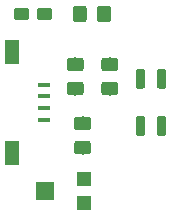
<source format=gbr>
G04 #@! TF.GenerationSoftware,KiCad,Pcbnew,(5.1.2)-2*
G04 #@! TF.CreationDate,2019-07-29T19:51:13+02:00*
G04 #@! TF.ProjectId,sensor_auxiliary,73656e73-6f72-45f6-9175-78696c696172,1*
G04 #@! TF.SameCoordinates,Original*
G04 #@! TF.FileFunction,Paste,Top*
G04 #@! TF.FilePolarity,Positive*
%FSLAX46Y46*%
G04 Gerber Fmt 4.6, Leading zero omitted, Abs format (unit mm)*
G04 Created by KiCad (PCBNEW (5.1.2)-2) date 2019-07-29 19:51:13*
%MOMM*%
%LPD*%
G04 APERTURE LIST*
%ADD10R,1.200000X1.200000*%
%ADD11R,1.500000X1.600000*%
%ADD12C,0.100000*%
%ADD13C,0.790000*%
%ADD14C,1.150000*%
%ADD15C,1.050000*%
%ADD16R,1.300000X2.000000*%
%ADD17R,1.000000X0.400000*%
G04 APERTURE END LIST*
D10*
X44300000Y-51000000D03*
X44300000Y-49000000D03*
D11*
X41050000Y-50000000D03*
D12*
G36*
X49316858Y-39670951D02*
G01*
X49336030Y-39673795D01*
X49354831Y-39678504D01*
X49373080Y-39685034D01*
X49390601Y-39693321D01*
X49407225Y-39703285D01*
X49422793Y-39714830D01*
X49437154Y-39727846D01*
X49450170Y-39742207D01*
X49461715Y-39757775D01*
X49471679Y-39774399D01*
X49479966Y-39791920D01*
X49486496Y-39810169D01*
X49491205Y-39828970D01*
X49494049Y-39848142D01*
X49495000Y-39867500D01*
X49495000Y-41132500D01*
X49494049Y-41151858D01*
X49491205Y-41171030D01*
X49486496Y-41189831D01*
X49479966Y-41208080D01*
X49471679Y-41225601D01*
X49461715Y-41242225D01*
X49450170Y-41257793D01*
X49437154Y-41272154D01*
X49422793Y-41285170D01*
X49407225Y-41296715D01*
X49390601Y-41306679D01*
X49373080Y-41314966D01*
X49354831Y-41321496D01*
X49336030Y-41326205D01*
X49316858Y-41329049D01*
X49297500Y-41330000D01*
X48902500Y-41330000D01*
X48883142Y-41329049D01*
X48863970Y-41326205D01*
X48845169Y-41321496D01*
X48826920Y-41314966D01*
X48809399Y-41306679D01*
X48792775Y-41296715D01*
X48777207Y-41285170D01*
X48762846Y-41272154D01*
X48749830Y-41257793D01*
X48738285Y-41242225D01*
X48728321Y-41225601D01*
X48720034Y-41208080D01*
X48713504Y-41189831D01*
X48708795Y-41171030D01*
X48705951Y-41151858D01*
X48705000Y-41132500D01*
X48705000Y-39867500D01*
X48705951Y-39848142D01*
X48708795Y-39828970D01*
X48713504Y-39810169D01*
X48720034Y-39791920D01*
X48728321Y-39774399D01*
X48738285Y-39757775D01*
X48749830Y-39742207D01*
X48762846Y-39727846D01*
X48777207Y-39714830D01*
X48792775Y-39703285D01*
X48809399Y-39693321D01*
X48826920Y-39685034D01*
X48845169Y-39678504D01*
X48863970Y-39673795D01*
X48883142Y-39670951D01*
X48902500Y-39670000D01*
X49297500Y-39670000D01*
X49316858Y-39670951D01*
X49316858Y-39670951D01*
G37*
D13*
X49100000Y-40500000D03*
D12*
G36*
X51116858Y-39670951D02*
G01*
X51136030Y-39673795D01*
X51154831Y-39678504D01*
X51173080Y-39685034D01*
X51190601Y-39693321D01*
X51207225Y-39703285D01*
X51222793Y-39714830D01*
X51237154Y-39727846D01*
X51250170Y-39742207D01*
X51261715Y-39757775D01*
X51271679Y-39774399D01*
X51279966Y-39791920D01*
X51286496Y-39810169D01*
X51291205Y-39828970D01*
X51294049Y-39848142D01*
X51295000Y-39867500D01*
X51295000Y-41132500D01*
X51294049Y-41151858D01*
X51291205Y-41171030D01*
X51286496Y-41189831D01*
X51279966Y-41208080D01*
X51271679Y-41225601D01*
X51261715Y-41242225D01*
X51250170Y-41257793D01*
X51237154Y-41272154D01*
X51222793Y-41285170D01*
X51207225Y-41296715D01*
X51190601Y-41306679D01*
X51173080Y-41314966D01*
X51154831Y-41321496D01*
X51136030Y-41326205D01*
X51116858Y-41329049D01*
X51097500Y-41330000D01*
X50702500Y-41330000D01*
X50683142Y-41329049D01*
X50663970Y-41326205D01*
X50645169Y-41321496D01*
X50626920Y-41314966D01*
X50609399Y-41306679D01*
X50592775Y-41296715D01*
X50577207Y-41285170D01*
X50562846Y-41272154D01*
X50549830Y-41257793D01*
X50538285Y-41242225D01*
X50528321Y-41225601D01*
X50520034Y-41208080D01*
X50513504Y-41189831D01*
X50508795Y-41171030D01*
X50505951Y-41151858D01*
X50505000Y-41132500D01*
X50505000Y-39867500D01*
X50505951Y-39848142D01*
X50508795Y-39828970D01*
X50513504Y-39810169D01*
X50520034Y-39791920D01*
X50528321Y-39774399D01*
X50538285Y-39757775D01*
X50549830Y-39742207D01*
X50562846Y-39727846D01*
X50577207Y-39714830D01*
X50592775Y-39703285D01*
X50609399Y-39693321D01*
X50626920Y-39685034D01*
X50645169Y-39678504D01*
X50663970Y-39673795D01*
X50683142Y-39670951D01*
X50702500Y-39670000D01*
X51097500Y-39670000D01*
X51116858Y-39670951D01*
X51116858Y-39670951D01*
G37*
D13*
X50900000Y-40500000D03*
D12*
G36*
X51116858Y-43670951D02*
G01*
X51136030Y-43673795D01*
X51154831Y-43678504D01*
X51173080Y-43685034D01*
X51190601Y-43693321D01*
X51207225Y-43703285D01*
X51222793Y-43714830D01*
X51237154Y-43727846D01*
X51250170Y-43742207D01*
X51261715Y-43757775D01*
X51271679Y-43774399D01*
X51279966Y-43791920D01*
X51286496Y-43810169D01*
X51291205Y-43828970D01*
X51294049Y-43848142D01*
X51295000Y-43867500D01*
X51295000Y-45132500D01*
X51294049Y-45151858D01*
X51291205Y-45171030D01*
X51286496Y-45189831D01*
X51279966Y-45208080D01*
X51271679Y-45225601D01*
X51261715Y-45242225D01*
X51250170Y-45257793D01*
X51237154Y-45272154D01*
X51222793Y-45285170D01*
X51207225Y-45296715D01*
X51190601Y-45306679D01*
X51173080Y-45314966D01*
X51154831Y-45321496D01*
X51136030Y-45326205D01*
X51116858Y-45329049D01*
X51097500Y-45330000D01*
X50702500Y-45330000D01*
X50683142Y-45329049D01*
X50663970Y-45326205D01*
X50645169Y-45321496D01*
X50626920Y-45314966D01*
X50609399Y-45306679D01*
X50592775Y-45296715D01*
X50577207Y-45285170D01*
X50562846Y-45272154D01*
X50549830Y-45257793D01*
X50538285Y-45242225D01*
X50528321Y-45225601D01*
X50520034Y-45208080D01*
X50513504Y-45189831D01*
X50508795Y-45171030D01*
X50505951Y-45151858D01*
X50505000Y-45132500D01*
X50505000Y-43867500D01*
X50505951Y-43848142D01*
X50508795Y-43828970D01*
X50513504Y-43810169D01*
X50520034Y-43791920D01*
X50528321Y-43774399D01*
X50538285Y-43757775D01*
X50549830Y-43742207D01*
X50562846Y-43727846D01*
X50577207Y-43714830D01*
X50592775Y-43703285D01*
X50609399Y-43693321D01*
X50626920Y-43685034D01*
X50645169Y-43678504D01*
X50663970Y-43673795D01*
X50683142Y-43670951D01*
X50702500Y-43670000D01*
X51097500Y-43670000D01*
X51116858Y-43670951D01*
X51116858Y-43670951D01*
G37*
D13*
X50900000Y-44500000D03*
D12*
G36*
X49316858Y-43670951D02*
G01*
X49336030Y-43673795D01*
X49354831Y-43678504D01*
X49373080Y-43685034D01*
X49390601Y-43693321D01*
X49407225Y-43703285D01*
X49422793Y-43714830D01*
X49437154Y-43727846D01*
X49450170Y-43742207D01*
X49461715Y-43757775D01*
X49471679Y-43774399D01*
X49479966Y-43791920D01*
X49486496Y-43810169D01*
X49491205Y-43828970D01*
X49494049Y-43848142D01*
X49495000Y-43867500D01*
X49495000Y-45132500D01*
X49494049Y-45151858D01*
X49491205Y-45171030D01*
X49486496Y-45189831D01*
X49479966Y-45208080D01*
X49471679Y-45225601D01*
X49461715Y-45242225D01*
X49450170Y-45257793D01*
X49437154Y-45272154D01*
X49422793Y-45285170D01*
X49407225Y-45296715D01*
X49390601Y-45306679D01*
X49373080Y-45314966D01*
X49354831Y-45321496D01*
X49336030Y-45326205D01*
X49316858Y-45329049D01*
X49297500Y-45330000D01*
X48902500Y-45330000D01*
X48883142Y-45329049D01*
X48863970Y-45326205D01*
X48845169Y-45321496D01*
X48826920Y-45314966D01*
X48809399Y-45306679D01*
X48792775Y-45296715D01*
X48777207Y-45285170D01*
X48762846Y-45272154D01*
X48749830Y-45257793D01*
X48738285Y-45242225D01*
X48728321Y-45225601D01*
X48720034Y-45208080D01*
X48713504Y-45189831D01*
X48708795Y-45171030D01*
X48705951Y-45151858D01*
X48705000Y-45132500D01*
X48705000Y-43867500D01*
X48705951Y-43848142D01*
X48708795Y-43828970D01*
X48713504Y-43810169D01*
X48720034Y-43791920D01*
X48728321Y-43774399D01*
X48738285Y-43757775D01*
X48749830Y-43742207D01*
X48762846Y-43727846D01*
X48777207Y-43714830D01*
X48792775Y-43703285D01*
X48809399Y-43693321D01*
X48826920Y-43685034D01*
X48845169Y-43678504D01*
X48863970Y-43673795D01*
X48883142Y-43670951D01*
X48902500Y-43670000D01*
X49297500Y-43670000D01*
X49316858Y-43670951D01*
X49316858Y-43670951D01*
G37*
D13*
X49100000Y-44500000D03*
D12*
G36*
X44074505Y-40751204D02*
G01*
X44098773Y-40754804D01*
X44122572Y-40760765D01*
X44145671Y-40769030D01*
X44167850Y-40779520D01*
X44188893Y-40792132D01*
X44208599Y-40806747D01*
X44226777Y-40823223D01*
X44243253Y-40841401D01*
X44257868Y-40861107D01*
X44270480Y-40882150D01*
X44280970Y-40904329D01*
X44289235Y-40927428D01*
X44295196Y-40951227D01*
X44298796Y-40975495D01*
X44300000Y-40999999D01*
X44300000Y-41650001D01*
X44298796Y-41674505D01*
X44295196Y-41698773D01*
X44289235Y-41722572D01*
X44280970Y-41745671D01*
X44270480Y-41767850D01*
X44257868Y-41788893D01*
X44243253Y-41808599D01*
X44226777Y-41826777D01*
X44208599Y-41843253D01*
X44188893Y-41857868D01*
X44167850Y-41870480D01*
X44145671Y-41880970D01*
X44122572Y-41889235D01*
X44098773Y-41895196D01*
X44074505Y-41898796D01*
X44050001Y-41900000D01*
X43149999Y-41900000D01*
X43125495Y-41898796D01*
X43101227Y-41895196D01*
X43077428Y-41889235D01*
X43054329Y-41880970D01*
X43032150Y-41870480D01*
X43011107Y-41857868D01*
X42991401Y-41843253D01*
X42973223Y-41826777D01*
X42956747Y-41808599D01*
X42942132Y-41788893D01*
X42929520Y-41767850D01*
X42919030Y-41745671D01*
X42910765Y-41722572D01*
X42904804Y-41698773D01*
X42901204Y-41674505D01*
X42900000Y-41650001D01*
X42900000Y-40999999D01*
X42901204Y-40975495D01*
X42904804Y-40951227D01*
X42910765Y-40927428D01*
X42919030Y-40904329D01*
X42929520Y-40882150D01*
X42942132Y-40861107D01*
X42956747Y-40841401D01*
X42973223Y-40823223D01*
X42991401Y-40806747D01*
X43011107Y-40792132D01*
X43032150Y-40779520D01*
X43054329Y-40769030D01*
X43077428Y-40760765D01*
X43101227Y-40754804D01*
X43125495Y-40751204D01*
X43149999Y-40750000D01*
X44050001Y-40750000D01*
X44074505Y-40751204D01*
X44074505Y-40751204D01*
G37*
D14*
X43600000Y-41325000D03*
D12*
G36*
X44074505Y-38701204D02*
G01*
X44098773Y-38704804D01*
X44122572Y-38710765D01*
X44145671Y-38719030D01*
X44167850Y-38729520D01*
X44188893Y-38742132D01*
X44208599Y-38756747D01*
X44226777Y-38773223D01*
X44243253Y-38791401D01*
X44257868Y-38811107D01*
X44270480Y-38832150D01*
X44280970Y-38854329D01*
X44289235Y-38877428D01*
X44295196Y-38901227D01*
X44298796Y-38925495D01*
X44300000Y-38949999D01*
X44300000Y-39600001D01*
X44298796Y-39624505D01*
X44295196Y-39648773D01*
X44289235Y-39672572D01*
X44280970Y-39695671D01*
X44270480Y-39717850D01*
X44257868Y-39738893D01*
X44243253Y-39758599D01*
X44226777Y-39776777D01*
X44208599Y-39793253D01*
X44188893Y-39807868D01*
X44167850Y-39820480D01*
X44145671Y-39830970D01*
X44122572Y-39839235D01*
X44098773Y-39845196D01*
X44074505Y-39848796D01*
X44050001Y-39850000D01*
X43149999Y-39850000D01*
X43125495Y-39848796D01*
X43101227Y-39845196D01*
X43077428Y-39839235D01*
X43054329Y-39830970D01*
X43032150Y-39820480D01*
X43011107Y-39807868D01*
X42991401Y-39793253D01*
X42973223Y-39776777D01*
X42956747Y-39758599D01*
X42942132Y-39738893D01*
X42929520Y-39717850D01*
X42919030Y-39695671D01*
X42910765Y-39672572D01*
X42904804Y-39648773D01*
X42901204Y-39624505D01*
X42900000Y-39600001D01*
X42900000Y-38949999D01*
X42901204Y-38925495D01*
X42904804Y-38901227D01*
X42910765Y-38877428D01*
X42919030Y-38854329D01*
X42929520Y-38832150D01*
X42942132Y-38811107D01*
X42956747Y-38791401D01*
X42973223Y-38773223D01*
X42991401Y-38756747D01*
X43011107Y-38742132D01*
X43032150Y-38729520D01*
X43054329Y-38719030D01*
X43077428Y-38710765D01*
X43101227Y-38704804D01*
X43125495Y-38701204D01*
X43149999Y-38700000D01*
X44050001Y-38700000D01*
X44074505Y-38701204D01*
X44074505Y-38701204D01*
G37*
D14*
X43600000Y-39275000D03*
D12*
G36*
X41399505Y-34476204D02*
G01*
X41423773Y-34479804D01*
X41447572Y-34485765D01*
X41470671Y-34494030D01*
X41492850Y-34504520D01*
X41513893Y-34517132D01*
X41533599Y-34531747D01*
X41551777Y-34548223D01*
X41568253Y-34566401D01*
X41582868Y-34586107D01*
X41595480Y-34607150D01*
X41605970Y-34629329D01*
X41614235Y-34652428D01*
X41620196Y-34676227D01*
X41623796Y-34700495D01*
X41625000Y-34724999D01*
X41625000Y-35275001D01*
X41623796Y-35299505D01*
X41620196Y-35323773D01*
X41614235Y-35347572D01*
X41605970Y-35370671D01*
X41595480Y-35392850D01*
X41582868Y-35413893D01*
X41568253Y-35433599D01*
X41551777Y-35451777D01*
X41533599Y-35468253D01*
X41513893Y-35482868D01*
X41492850Y-35495480D01*
X41470671Y-35505970D01*
X41447572Y-35514235D01*
X41423773Y-35520196D01*
X41399505Y-35523796D01*
X41375001Y-35525000D01*
X40574999Y-35525000D01*
X40550495Y-35523796D01*
X40526227Y-35520196D01*
X40502428Y-35514235D01*
X40479329Y-35505970D01*
X40457150Y-35495480D01*
X40436107Y-35482868D01*
X40416401Y-35468253D01*
X40398223Y-35451777D01*
X40381747Y-35433599D01*
X40367132Y-35413893D01*
X40354520Y-35392850D01*
X40344030Y-35370671D01*
X40335765Y-35347572D01*
X40329804Y-35323773D01*
X40326204Y-35299505D01*
X40325000Y-35275001D01*
X40325000Y-34724999D01*
X40326204Y-34700495D01*
X40329804Y-34676227D01*
X40335765Y-34652428D01*
X40344030Y-34629329D01*
X40354520Y-34607150D01*
X40367132Y-34586107D01*
X40381747Y-34566401D01*
X40398223Y-34548223D01*
X40416401Y-34531747D01*
X40436107Y-34517132D01*
X40457150Y-34504520D01*
X40479329Y-34494030D01*
X40502428Y-34485765D01*
X40526227Y-34479804D01*
X40550495Y-34476204D01*
X40574999Y-34475000D01*
X41375001Y-34475000D01*
X41399505Y-34476204D01*
X41399505Y-34476204D01*
G37*
D15*
X40975000Y-35000000D03*
D12*
G36*
X39449505Y-34476204D02*
G01*
X39473773Y-34479804D01*
X39497572Y-34485765D01*
X39520671Y-34494030D01*
X39542850Y-34504520D01*
X39563893Y-34517132D01*
X39583599Y-34531747D01*
X39601777Y-34548223D01*
X39618253Y-34566401D01*
X39632868Y-34586107D01*
X39645480Y-34607150D01*
X39655970Y-34629329D01*
X39664235Y-34652428D01*
X39670196Y-34676227D01*
X39673796Y-34700495D01*
X39675000Y-34724999D01*
X39675000Y-35275001D01*
X39673796Y-35299505D01*
X39670196Y-35323773D01*
X39664235Y-35347572D01*
X39655970Y-35370671D01*
X39645480Y-35392850D01*
X39632868Y-35413893D01*
X39618253Y-35433599D01*
X39601777Y-35451777D01*
X39583599Y-35468253D01*
X39563893Y-35482868D01*
X39542850Y-35495480D01*
X39520671Y-35505970D01*
X39497572Y-35514235D01*
X39473773Y-35520196D01*
X39449505Y-35523796D01*
X39425001Y-35525000D01*
X38624999Y-35525000D01*
X38600495Y-35523796D01*
X38576227Y-35520196D01*
X38552428Y-35514235D01*
X38529329Y-35505970D01*
X38507150Y-35495480D01*
X38486107Y-35482868D01*
X38466401Y-35468253D01*
X38448223Y-35451777D01*
X38431747Y-35433599D01*
X38417132Y-35413893D01*
X38404520Y-35392850D01*
X38394030Y-35370671D01*
X38385765Y-35347572D01*
X38379804Y-35323773D01*
X38376204Y-35299505D01*
X38375000Y-35275001D01*
X38375000Y-34724999D01*
X38376204Y-34700495D01*
X38379804Y-34676227D01*
X38385765Y-34652428D01*
X38394030Y-34629329D01*
X38404520Y-34607150D01*
X38417132Y-34586107D01*
X38431747Y-34566401D01*
X38448223Y-34548223D01*
X38466401Y-34531747D01*
X38486107Y-34517132D01*
X38507150Y-34504520D01*
X38529329Y-34494030D01*
X38552428Y-34485765D01*
X38576227Y-34479804D01*
X38600495Y-34476204D01*
X38624999Y-34475000D01*
X39425001Y-34475000D01*
X39449505Y-34476204D01*
X39449505Y-34476204D01*
G37*
D15*
X39025000Y-35000000D03*
D12*
G36*
X44324505Y-34301204D02*
G01*
X44348773Y-34304804D01*
X44372572Y-34310765D01*
X44395671Y-34319030D01*
X44417850Y-34329520D01*
X44438893Y-34342132D01*
X44458599Y-34356747D01*
X44476777Y-34373223D01*
X44493253Y-34391401D01*
X44507868Y-34411107D01*
X44520480Y-34432150D01*
X44530970Y-34454329D01*
X44539235Y-34477428D01*
X44545196Y-34501227D01*
X44548796Y-34525495D01*
X44550000Y-34549999D01*
X44550000Y-35450001D01*
X44548796Y-35474505D01*
X44545196Y-35498773D01*
X44539235Y-35522572D01*
X44530970Y-35545671D01*
X44520480Y-35567850D01*
X44507868Y-35588893D01*
X44493253Y-35608599D01*
X44476777Y-35626777D01*
X44458599Y-35643253D01*
X44438893Y-35657868D01*
X44417850Y-35670480D01*
X44395671Y-35680970D01*
X44372572Y-35689235D01*
X44348773Y-35695196D01*
X44324505Y-35698796D01*
X44300001Y-35700000D01*
X43649999Y-35700000D01*
X43625495Y-35698796D01*
X43601227Y-35695196D01*
X43577428Y-35689235D01*
X43554329Y-35680970D01*
X43532150Y-35670480D01*
X43511107Y-35657868D01*
X43491401Y-35643253D01*
X43473223Y-35626777D01*
X43456747Y-35608599D01*
X43442132Y-35588893D01*
X43429520Y-35567850D01*
X43419030Y-35545671D01*
X43410765Y-35522572D01*
X43404804Y-35498773D01*
X43401204Y-35474505D01*
X43400000Y-35450001D01*
X43400000Y-34549999D01*
X43401204Y-34525495D01*
X43404804Y-34501227D01*
X43410765Y-34477428D01*
X43419030Y-34454329D01*
X43429520Y-34432150D01*
X43442132Y-34411107D01*
X43456747Y-34391401D01*
X43473223Y-34373223D01*
X43491401Y-34356747D01*
X43511107Y-34342132D01*
X43532150Y-34329520D01*
X43554329Y-34319030D01*
X43577428Y-34310765D01*
X43601227Y-34304804D01*
X43625495Y-34301204D01*
X43649999Y-34300000D01*
X44300001Y-34300000D01*
X44324505Y-34301204D01*
X44324505Y-34301204D01*
G37*
D14*
X43975000Y-35000000D03*
D12*
G36*
X46374505Y-34301204D02*
G01*
X46398773Y-34304804D01*
X46422572Y-34310765D01*
X46445671Y-34319030D01*
X46467850Y-34329520D01*
X46488893Y-34342132D01*
X46508599Y-34356747D01*
X46526777Y-34373223D01*
X46543253Y-34391401D01*
X46557868Y-34411107D01*
X46570480Y-34432150D01*
X46580970Y-34454329D01*
X46589235Y-34477428D01*
X46595196Y-34501227D01*
X46598796Y-34525495D01*
X46600000Y-34549999D01*
X46600000Y-35450001D01*
X46598796Y-35474505D01*
X46595196Y-35498773D01*
X46589235Y-35522572D01*
X46580970Y-35545671D01*
X46570480Y-35567850D01*
X46557868Y-35588893D01*
X46543253Y-35608599D01*
X46526777Y-35626777D01*
X46508599Y-35643253D01*
X46488893Y-35657868D01*
X46467850Y-35670480D01*
X46445671Y-35680970D01*
X46422572Y-35689235D01*
X46398773Y-35695196D01*
X46374505Y-35698796D01*
X46350001Y-35700000D01*
X45699999Y-35700000D01*
X45675495Y-35698796D01*
X45651227Y-35695196D01*
X45627428Y-35689235D01*
X45604329Y-35680970D01*
X45582150Y-35670480D01*
X45561107Y-35657868D01*
X45541401Y-35643253D01*
X45523223Y-35626777D01*
X45506747Y-35608599D01*
X45492132Y-35588893D01*
X45479520Y-35567850D01*
X45469030Y-35545671D01*
X45460765Y-35522572D01*
X45454804Y-35498773D01*
X45451204Y-35474505D01*
X45450000Y-35450001D01*
X45450000Y-34549999D01*
X45451204Y-34525495D01*
X45454804Y-34501227D01*
X45460765Y-34477428D01*
X45469030Y-34454329D01*
X45479520Y-34432150D01*
X45492132Y-34411107D01*
X45506747Y-34391401D01*
X45523223Y-34373223D01*
X45541401Y-34356747D01*
X45561107Y-34342132D01*
X45582150Y-34329520D01*
X45604329Y-34319030D01*
X45627428Y-34310765D01*
X45651227Y-34304804D01*
X45675495Y-34301204D01*
X45699999Y-34300000D01*
X46350001Y-34300000D01*
X46374505Y-34301204D01*
X46374505Y-34301204D01*
G37*
D14*
X46025000Y-35000000D03*
D16*
X38210000Y-38200000D03*
X38210000Y-46800000D03*
D17*
X40910000Y-41000000D03*
X40910000Y-42000000D03*
X40910000Y-43000000D03*
X40910000Y-44000000D03*
D12*
G36*
X44674505Y-45751204D02*
G01*
X44698773Y-45754804D01*
X44722572Y-45760765D01*
X44745671Y-45769030D01*
X44767850Y-45779520D01*
X44788893Y-45792132D01*
X44808599Y-45806747D01*
X44826777Y-45823223D01*
X44843253Y-45841401D01*
X44857868Y-45861107D01*
X44870480Y-45882150D01*
X44880970Y-45904329D01*
X44889235Y-45927428D01*
X44895196Y-45951227D01*
X44898796Y-45975495D01*
X44900000Y-45999999D01*
X44900000Y-46650001D01*
X44898796Y-46674505D01*
X44895196Y-46698773D01*
X44889235Y-46722572D01*
X44880970Y-46745671D01*
X44870480Y-46767850D01*
X44857868Y-46788893D01*
X44843253Y-46808599D01*
X44826777Y-46826777D01*
X44808599Y-46843253D01*
X44788893Y-46857868D01*
X44767850Y-46870480D01*
X44745671Y-46880970D01*
X44722572Y-46889235D01*
X44698773Y-46895196D01*
X44674505Y-46898796D01*
X44650001Y-46900000D01*
X43749999Y-46900000D01*
X43725495Y-46898796D01*
X43701227Y-46895196D01*
X43677428Y-46889235D01*
X43654329Y-46880970D01*
X43632150Y-46870480D01*
X43611107Y-46857868D01*
X43591401Y-46843253D01*
X43573223Y-46826777D01*
X43556747Y-46808599D01*
X43542132Y-46788893D01*
X43529520Y-46767850D01*
X43519030Y-46745671D01*
X43510765Y-46722572D01*
X43504804Y-46698773D01*
X43501204Y-46674505D01*
X43500000Y-46650001D01*
X43500000Y-45999999D01*
X43501204Y-45975495D01*
X43504804Y-45951227D01*
X43510765Y-45927428D01*
X43519030Y-45904329D01*
X43529520Y-45882150D01*
X43542132Y-45861107D01*
X43556747Y-45841401D01*
X43573223Y-45823223D01*
X43591401Y-45806747D01*
X43611107Y-45792132D01*
X43632150Y-45779520D01*
X43654329Y-45769030D01*
X43677428Y-45760765D01*
X43701227Y-45754804D01*
X43725495Y-45751204D01*
X43749999Y-45750000D01*
X44650001Y-45750000D01*
X44674505Y-45751204D01*
X44674505Y-45751204D01*
G37*
D14*
X44200000Y-46325000D03*
D12*
G36*
X44674505Y-43701204D02*
G01*
X44698773Y-43704804D01*
X44722572Y-43710765D01*
X44745671Y-43719030D01*
X44767850Y-43729520D01*
X44788893Y-43742132D01*
X44808599Y-43756747D01*
X44826777Y-43773223D01*
X44843253Y-43791401D01*
X44857868Y-43811107D01*
X44870480Y-43832150D01*
X44880970Y-43854329D01*
X44889235Y-43877428D01*
X44895196Y-43901227D01*
X44898796Y-43925495D01*
X44900000Y-43949999D01*
X44900000Y-44600001D01*
X44898796Y-44624505D01*
X44895196Y-44648773D01*
X44889235Y-44672572D01*
X44880970Y-44695671D01*
X44870480Y-44717850D01*
X44857868Y-44738893D01*
X44843253Y-44758599D01*
X44826777Y-44776777D01*
X44808599Y-44793253D01*
X44788893Y-44807868D01*
X44767850Y-44820480D01*
X44745671Y-44830970D01*
X44722572Y-44839235D01*
X44698773Y-44845196D01*
X44674505Y-44848796D01*
X44650001Y-44850000D01*
X43749999Y-44850000D01*
X43725495Y-44848796D01*
X43701227Y-44845196D01*
X43677428Y-44839235D01*
X43654329Y-44830970D01*
X43632150Y-44820480D01*
X43611107Y-44807868D01*
X43591401Y-44793253D01*
X43573223Y-44776777D01*
X43556747Y-44758599D01*
X43542132Y-44738893D01*
X43529520Y-44717850D01*
X43519030Y-44695671D01*
X43510765Y-44672572D01*
X43504804Y-44648773D01*
X43501204Y-44624505D01*
X43500000Y-44600001D01*
X43500000Y-43949999D01*
X43501204Y-43925495D01*
X43504804Y-43901227D01*
X43510765Y-43877428D01*
X43519030Y-43854329D01*
X43529520Y-43832150D01*
X43542132Y-43811107D01*
X43556747Y-43791401D01*
X43573223Y-43773223D01*
X43591401Y-43756747D01*
X43611107Y-43742132D01*
X43632150Y-43729520D01*
X43654329Y-43719030D01*
X43677428Y-43710765D01*
X43701227Y-43704804D01*
X43725495Y-43701204D01*
X43749999Y-43700000D01*
X44650001Y-43700000D01*
X44674505Y-43701204D01*
X44674505Y-43701204D01*
G37*
D14*
X44200000Y-44275000D03*
D12*
G36*
X46974505Y-38701204D02*
G01*
X46998773Y-38704804D01*
X47022572Y-38710765D01*
X47045671Y-38719030D01*
X47067850Y-38729520D01*
X47088893Y-38742132D01*
X47108599Y-38756747D01*
X47126777Y-38773223D01*
X47143253Y-38791401D01*
X47157868Y-38811107D01*
X47170480Y-38832150D01*
X47180970Y-38854329D01*
X47189235Y-38877428D01*
X47195196Y-38901227D01*
X47198796Y-38925495D01*
X47200000Y-38949999D01*
X47200000Y-39600001D01*
X47198796Y-39624505D01*
X47195196Y-39648773D01*
X47189235Y-39672572D01*
X47180970Y-39695671D01*
X47170480Y-39717850D01*
X47157868Y-39738893D01*
X47143253Y-39758599D01*
X47126777Y-39776777D01*
X47108599Y-39793253D01*
X47088893Y-39807868D01*
X47067850Y-39820480D01*
X47045671Y-39830970D01*
X47022572Y-39839235D01*
X46998773Y-39845196D01*
X46974505Y-39848796D01*
X46950001Y-39850000D01*
X46049999Y-39850000D01*
X46025495Y-39848796D01*
X46001227Y-39845196D01*
X45977428Y-39839235D01*
X45954329Y-39830970D01*
X45932150Y-39820480D01*
X45911107Y-39807868D01*
X45891401Y-39793253D01*
X45873223Y-39776777D01*
X45856747Y-39758599D01*
X45842132Y-39738893D01*
X45829520Y-39717850D01*
X45819030Y-39695671D01*
X45810765Y-39672572D01*
X45804804Y-39648773D01*
X45801204Y-39624505D01*
X45800000Y-39600001D01*
X45800000Y-38949999D01*
X45801204Y-38925495D01*
X45804804Y-38901227D01*
X45810765Y-38877428D01*
X45819030Y-38854329D01*
X45829520Y-38832150D01*
X45842132Y-38811107D01*
X45856747Y-38791401D01*
X45873223Y-38773223D01*
X45891401Y-38756747D01*
X45911107Y-38742132D01*
X45932150Y-38729520D01*
X45954329Y-38719030D01*
X45977428Y-38710765D01*
X46001227Y-38704804D01*
X46025495Y-38701204D01*
X46049999Y-38700000D01*
X46950001Y-38700000D01*
X46974505Y-38701204D01*
X46974505Y-38701204D01*
G37*
D14*
X46500000Y-39275000D03*
D12*
G36*
X46974505Y-40751204D02*
G01*
X46998773Y-40754804D01*
X47022572Y-40760765D01*
X47045671Y-40769030D01*
X47067850Y-40779520D01*
X47088893Y-40792132D01*
X47108599Y-40806747D01*
X47126777Y-40823223D01*
X47143253Y-40841401D01*
X47157868Y-40861107D01*
X47170480Y-40882150D01*
X47180970Y-40904329D01*
X47189235Y-40927428D01*
X47195196Y-40951227D01*
X47198796Y-40975495D01*
X47200000Y-40999999D01*
X47200000Y-41650001D01*
X47198796Y-41674505D01*
X47195196Y-41698773D01*
X47189235Y-41722572D01*
X47180970Y-41745671D01*
X47170480Y-41767850D01*
X47157868Y-41788893D01*
X47143253Y-41808599D01*
X47126777Y-41826777D01*
X47108599Y-41843253D01*
X47088893Y-41857868D01*
X47067850Y-41870480D01*
X47045671Y-41880970D01*
X47022572Y-41889235D01*
X46998773Y-41895196D01*
X46974505Y-41898796D01*
X46950001Y-41900000D01*
X46049999Y-41900000D01*
X46025495Y-41898796D01*
X46001227Y-41895196D01*
X45977428Y-41889235D01*
X45954329Y-41880970D01*
X45932150Y-41870480D01*
X45911107Y-41857868D01*
X45891401Y-41843253D01*
X45873223Y-41826777D01*
X45856747Y-41808599D01*
X45842132Y-41788893D01*
X45829520Y-41767850D01*
X45819030Y-41745671D01*
X45810765Y-41722572D01*
X45804804Y-41698773D01*
X45801204Y-41674505D01*
X45800000Y-41650001D01*
X45800000Y-40999999D01*
X45801204Y-40975495D01*
X45804804Y-40951227D01*
X45810765Y-40927428D01*
X45819030Y-40904329D01*
X45829520Y-40882150D01*
X45842132Y-40861107D01*
X45856747Y-40841401D01*
X45873223Y-40823223D01*
X45891401Y-40806747D01*
X45911107Y-40792132D01*
X45932150Y-40779520D01*
X45954329Y-40769030D01*
X45977428Y-40760765D01*
X46001227Y-40754804D01*
X46025495Y-40751204D01*
X46049999Y-40750000D01*
X46950001Y-40750000D01*
X46974505Y-40751204D01*
X46974505Y-40751204D01*
G37*
D14*
X46500000Y-41325000D03*
M02*

</source>
